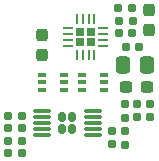
<source format=gbr>
%TF.GenerationSoftware,KiCad,Pcbnew,8.0.3*%
%TF.CreationDate,2024-07-16T20:49:30+03:00*%
%TF.ProjectId,PCBcoil,50434263-6f69-46c2-9e6b-696361645f70,rev?*%
%TF.SameCoordinates,Original*%
%TF.FileFunction,Paste,Bot*%
%TF.FilePolarity,Positive*%
%FSLAX46Y46*%
G04 Gerber Fmt 4.6, Leading zero omitted, Abs format (unit mm)*
G04 Created by KiCad (PCBNEW 8.0.3) date 2024-07-16 20:49:30*
%MOMM*%
%LPD*%
G01*
G04 APERTURE LIST*
G04 Aperture macros list*
%AMRoundRect*
0 Rectangle with rounded corners*
0 $1 Rounding radius*
0 $2 $3 $4 $5 $6 $7 $8 $9 X,Y pos of 4 corners*
0 Add a 4 corners polygon primitive as box body*
4,1,4,$2,$3,$4,$5,$6,$7,$8,$9,$2,$3,0*
0 Add four circle primitives for the rounded corners*
1,1,$1+$1,$2,$3*
1,1,$1+$1,$4,$5*
1,1,$1+$1,$6,$7*
1,1,$1+$1,$8,$9*
0 Add four rect primitives between the rounded corners*
20,1,$1+$1,$2,$3,$4,$5,0*
20,1,$1+$1,$4,$5,$6,$7,0*
20,1,$1+$1,$6,$7,$8,$9,0*
20,1,$1+$1,$8,$9,$2,$3,0*%
G04 Aperture macros list end*
%ADD10RoundRect,0.155000X-0.155000X0.212500X-0.155000X-0.212500X0.155000X-0.212500X0.155000X0.212500X0*%
%ADD11RoundRect,0.175000X-0.175000X-0.225000X0.175000X-0.225000X0.175000X0.225000X-0.175000X0.225000X0*%
%ADD12RoundRect,0.075000X-0.662500X-0.075000X0.662500X-0.075000X0.662500X0.075000X-0.662500X0.075000X0*%
%ADD13RoundRect,0.160000X0.160000X-0.197500X0.160000X0.197500X-0.160000X0.197500X-0.160000X-0.197500X0*%
%ADD14RoundRect,0.160000X-0.197500X-0.160000X0.197500X-0.160000X0.197500X0.160000X-0.197500X0.160000X0*%
%ADD15RoundRect,0.100000X0.225000X0.100000X-0.225000X0.100000X-0.225000X-0.100000X0.225000X-0.100000X0*%
%ADD16RoundRect,0.182500X0.182500X-0.182500X0.182500X0.182500X-0.182500X0.182500X-0.182500X-0.182500X0*%
%ADD17RoundRect,0.062500X0.062500X-0.325000X0.062500X0.325000X-0.062500X0.325000X-0.062500X-0.325000X0*%
%ADD18RoundRect,0.062500X0.325000X-0.062500X0.325000X0.062500X-0.325000X0.062500X-0.325000X-0.062500X0*%
%ADD19RoundRect,0.155000X-0.212500X-0.155000X0.212500X-0.155000X0.212500X0.155000X-0.212500X0.155000X0*%
%ADD20RoundRect,0.237500X-0.237500X0.300000X-0.237500X-0.300000X0.237500X-0.300000X0.237500X0.300000X0*%
%ADD21RoundRect,0.155000X0.212500X0.155000X-0.212500X0.155000X-0.212500X-0.155000X0.212500X-0.155000X0*%
%ADD22RoundRect,0.237500X-0.300000X-0.237500X0.300000X-0.237500X0.300000X0.237500X-0.300000X0.237500X0*%
%ADD23RoundRect,0.250000X-0.337500X-0.475000X0.337500X-0.475000X0.337500X0.475000X-0.337500X0.475000X0*%
G04 APERTURE END LIST*
D10*
%TO.C,C8*%
X121550000Y-105817500D03*
X121550000Y-106952500D03*
%TD*%
D11*
%TO.C,U1*%
X114127500Y-106947500D03*
X114127500Y-107937500D03*
X114987500Y-106947500D03*
X114987500Y-107937500D03*
D12*
X112395000Y-108442500D03*
X112395000Y-107942500D03*
X112395000Y-107442500D03*
X112395000Y-106942500D03*
X112395000Y-106442500D03*
X116720000Y-106442500D03*
X116720000Y-106942500D03*
X116720000Y-107442500D03*
X116720000Y-107942500D03*
X116720000Y-108442500D03*
%TD*%
D13*
%TO.C,R3*%
X119400000Y-109307500D03*
X119400000Y-108112500D03*
%TD*%
D14*
%TO.C,R5*%
X118890000Y-98760000D03*
X120085000Y-98760000D03*
%TD*%
D15*
%TO.C,D2*%
X114295000Y-103352500D03*
X114295000Y-104002500D03*
X114295000Y-104652500D03*
X112395000Y-104652500D03*
X112395000Y-104002500D03*
X112395000Y-103352500D03*
%TD*%
D16*
%TO.C,U2*%
X115650000Y-100610000D03*
X116550000Y-100610000D03*
X115650000Y-99710000D03*
X116550000Y-99710000D03*
D17*
X116850000Y-101647500D03*
X116350000Y-101647500D03*
X115850000Y-101647500D03*
X115350000Y-101647500D03*
D18*
X114612500Y-100910000D03*
X114612500Y-100410000D03*
X114612500Y-99910000D03*
X114612500Y-99410000D03*
D17*
X115350000Y-98672500D03*
X115850000Y-98672500D03*
X116350000Y-98672500D03*
X116850000Y-98672500D03*
D18*
X117587500Y-99410000D03*
X117587500Y-99910000D03*
X117587500Y-100410000D03*
X117587500Y-100910000D03*
%TD*%
D14*
%TO.C,R6*%
X118877500Y-97685000D03*
X120072500Y-97685000D03*
%TD*%
D19*
%TO.C,L4*%
X109545000Y-106867500D03*
X110680000Y-106867500D03*
%TD*%
%TO.C,C9*%
X118907500Y-99835000D03*
X120042500Y-99835000D03*
%TD*%
D14*
%TO.C,R1*%
X109545000Y-110010000D03*
X110740000Y-110010000D03*
%TD*%
D20*
%TO.C,C10*%
X121500000Y-97872500D03*
X121500000Y-99597500D03*
%TD*%
D10*
%TO.C,C5*%
X118300000Y-108117500D03*
X118300000Y-109252500D03*
%TD*%
D21*
%TO.C,C4*%
X110710000Y-107885000D03*
X109575000Y-107885000D03*
%TD*%
D13*
%TO.C,R2*%
X119400000Y-106982500D03*
X119400000Y-105787500D03*
%TD*%
D14*
%TO.C,R4*%
X109545000Y-108935000D03*
X110740000Y-108935000D03*
%TD*%
D10*
%TO.C,C6*%
X120475000Y-105817500D03*
X120475000Y-106952500D03*
%TD*%
D20*
%TO.C,C2*%
X112400000Y-99997500D03*
X112400000Y-101722500D03*
%TD*%
D19*
%TO.C,C3*%
X119532500Y-100985000D03*
X120667500Y-100985000D03*
%TD*%
D15*
%TO.C,D1*%
X117662500Y-103347500D03*
X117662500Y-103997500D03*
X117662500Y-104647500D03*
X115762500Y-104647500D03*
X115762500Y-103997500D03*
X115762500Y-103347500D03*
%TD*%
D22*
%TO.C,C7*%
X119562500Y-104385000D03*
X121287500Y-104385000D03*
%TD*%
D23*
%TO.C,C1*%
X119262500Y-102560000D03*
X121337500Y-102560000D03*
%TD*%
M02*

</source>
